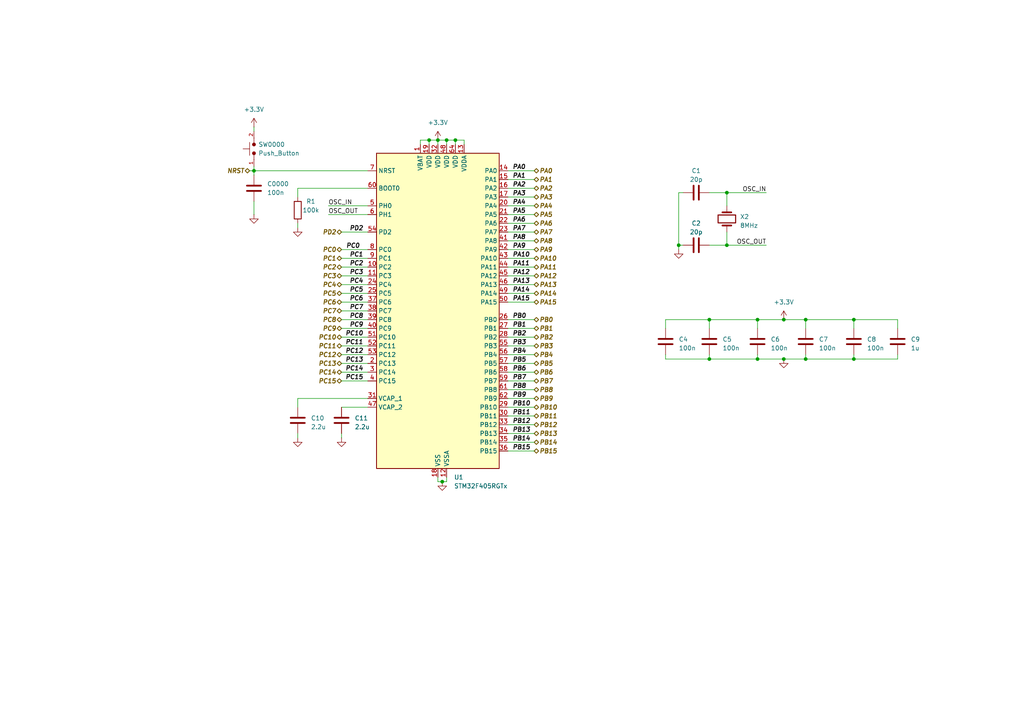
<source format=kicad_sch>
(kicad_sch (version 20250114) (generator "eeschema") (generator_version "9.0")
  (paper "A4")
  (title_block (date "2025-02-28") (company "Филимонов и К") (comment 1 "STM32F405RG") (comment 2 "Филимонов С.В.") (comment 3 "Семеренко Д.А.") (comment 4 "Тищенко Л.А."))
  (lib_symbols
    (symbol "Device:C" (pin_numbers (hide yes)) (pin_names (offset 0.254))
      (property "Reference" "C" (at 0.635 2.54 0))
      (property "Value" "C" (at 0.635 -2.54 0))
      (symbol "C_0_1"
        (polyline (pts (xy -2.032 0.762) (xy 2.032 0.762)) (stroke (width 0.508)))
        (polyline (pts (xy -2.032 -0.762) (xy 2.032 -0.762)) (stroke (width 0.508)))
      )
      (symbol "C_1_1"
        (pin passive line (at 0 3.81 270) (length 2.794) (name "~") (number "1"))
        (pin passive line (at 0 -3.81 90) (length 2.794) (name "~") (number "2"))
      )
    )
    (symbol "Device:Crystal" (pin_numbers (hide yes)) (pin_names (offset 1.016) (hide yes))
      (property "Reference" "Y" (at 0 3.81 0))
      (property "Value" "Crystal" (at 0 -3.81 0))
      (symbol "Crystal_0_1"
        (polyline (pts (xy -2.54 0) (xy -1.905 0)))
        (polyline (pts (xy -1.905 -1.27) (xy -1.905 1.27)) (stroke (width 0.508)))
        (rectangle (start -1.143 2.54) (end 1.143 -2.54) (stroke (width 0.3048)))
        (polyline (pts (xy 1.905 -1.27) (xy 1.905 1.27)) (stroke (width 0.508)))
        (polyline (pts (xy 2.54 0) (xy 1.905 0)))
      )
      (symbol "Crystal_1_1"
        (pin passive line (at -3.81 0 0) (length 1.27) (name "1") (number "1"))
        (pin passive line (at 3.81 0 180) (length 1.27) (name "2") (number "2"))
      )
    )
    (symbol "Device:R" (pin_numbers (hide yes)) (pin_names (offset 0))
      (property "Reference" "R" (at 2.032 0 90))
      (property "Value" "R" (at 0 0 90))
      (symbol "R_0_1"
        (rectangle (start -1.016 -2.54) (end 1.016 2.54) (stroke (width 0.254)))
      )
      (symbol "R_1_1"
        (pin passive line (at 0 3.81 270) (length 1.27) (name "~") (number "1"))
        (pin passive line (at 0 -3.81 90) (length 1.27) (name "~") (number "2"))
      )
    )
    (symbol "MCU_ST_STM32F4:STM32F405RGTx"
      (property "Reference" "U" (at -17.78 46.99 0))
      (property "Value" "STM32F405RGTx" (at 10.16 46.99 0))
      (symbol "STM32F405RGTx_0_1"
        (rectangle (start -17.78 -45.72) (end 17.78 45.72) (stroke (width 0.254)) (fill (type background)))
      )
      (symbol "STM32F405RGTx_1_1"
        (pin input line (at -20.32 40.64 0) (length 2.54) (name "NRST") (number "7"))
        (pin input line (at -20.32 35.56 0) (length 2.54) (name "BOOT0") (number "60"))
        (pin bidirectional line (at -20.32 30.48 0) (length 2.54) (name "PH0") (number "5"))
        (pin bidirectional line (at -20.32 27.94 0) (length 2.54) (name "PH1") (number "6"))
        (pin bidirectional line (at -20.32 22.86 0) (length 2.54) (name "PD2") (number "54"))
        (pin bidirectional line (at -20.32 17.78 0) (length 2.54) (name "PC0") (number "8"))
        (pin bidirectional line (at -20.32 15.24 0) (length 2.54) (name "PC1") (number "9"))
        (pin bidirectional line (at -20.32 12.7 0) (length 2.54) (name "PC2") (number "10"))
        (pin bidirectional line (at -20.32 10.16 0) (length 2.54) (name "PC3") (number "11"))
        (pin bidirectional line (at -20.32 7.62 0) (length 2.54) (name "PC4") (number "24"))
        (pin bidirectional line (at -20.32 5.08 0) (length 2.54) (name "PC5") (number "25"))
        (pin bidirectional line (at -20.32 2.54 0) (length 2.54) (name "PC6") (number "37"))
        (pin bidirectional line (at -20.32 0 0) (length 2.54) (name "PC7") (number "38"))
        (pin bidirectional line (at -20.32 -2.54 0) (length 2.54) (name "PC8") (number "39"))
        (pin bidirectional line (at -20.32 -5.08 0) (length 2.54) (name "PC9") (number "40"))
        (pin bidirectional line (at -20.32 -7.62 0) (length 2.54) (name "PC10") (number "51"))
        (pin bidirectional line (at -20.32 -10.16 0) (length 2.54) (name "PC11") (number "52"))
        (pin bidirectional line (at -20.32 -12.7 0) (length 2.54) (name "PC12") (number "53"))
        (pin bidirectional line (at -20.32 -15.24 0) (length 2.54) (name "PC13") (number "2"))
        (pin bidirectional line (at -20.32 -17.78 0) (length 2.54) (name "PC14") (number "3"))
        (pin bidirectional line (at -20.32 -20.32 0) (length 2.54) (name "PC15") (number "4"))
        (pin power_out line (at -20.32 -25.4 0) (length 2.54) (name "VCAP_1") (number "31"))
        (pin power_out line (at -20.32 -27.94 0) (length 2.54) (name "VCAP_2") (number "47"))
        (pin power_in line (at -5.08 48.26 270) (length 2.54) (name "VBAT") (number "1"))
        (pin power_in line (at -2.54 48.26 270) (length 2.54) (name "VDD") (number "19"))
        (pin power_in line (at 0 48.26 270) (length 2.54) (name "VDD") (number "32"))
        (pin power_in line (at 0 -48.26 90) (length 2.54) (name "VSS") (number "18"))
        (pin passive line (at 0 -48.26 90) (length 2.54) (hide yes) (name "VSS") (number "63"))
        (pin power_in line (at 2.54 48.26 270) (length 2.54) (name "VDD") (number "48"))
        (pin power_in line (at 2.54 -48.26 90) (length 2.54) (name "VSSA") (number "12"))
        (pin power_in line (at 5.08 48.26 270) (length 2.54) (name "VDD") (number "64"))
        (pin power_in line (at 7.62 48.26 270) (length 2.54) (name "VDDA") (number "13"))
        (pin bidirectional line (at 20.32 40.64 180) (length 2.54) (name "PA0") (number "14"))
        (pin bidirectional line (at 20.32 38.1 180) (length 2.54) (name "PA1") (number "15"))
        (pin bidirectional line (at 20.32 35.56 180) (length 2.54) (name "PA2") (number "16"))
        (pin bidirectional line (at 20.32 33.02 180) (length 2.54) (name "PA3") (number "17"))
        (pin bidirectional line (at 20.32 30.48 180) (length 2.54) (name "PA4") (number "20"))
        (pin bidirectional line (at 20.32 27.94 180) (length 2.54) (name "PA5") (number "21"))
        (pin bidirectional line (at 20.32 25.4 180) (length 2.54) (name "PA6") (number "22"))
        (pin bidirectional line (at 20.32 22.86 180) (length 2.54) (name "PA7") (number "23"))
        (pin bidirectional line (at 20.32 20.32 180) (length 2.54) (name "PA8") (number "41"))
        (pin bidirectional line (at 20.32 17.78 180) (length 2.54) (name "PA9") (number "42"))
        (pin bidirectional line (at 20.32 15.24 180) (length 2.54) (name "PA10") (number "43"))
        (pin bidirectional line (at 20.32 12.7 180) (length 2.54) (name "PA11") (number "44"))
        (pin bidirectional line (at 20.32 10.16 180) (length 2.54) (name "PA12") (number "45"))
        (pin bidirectional line (at 20.32 7.62 180) (length 2.54) (name "PA13") (number "46"))
        (pin bidirectional line (at 20.32 5.08 180) (length 2.54) (name "PA14") (number "49"))
        (pin bidirectional line (at 20.32 2.54 180) (length 2.54) (name "PA15") (number "50"))
        (pin bidirectional line (at 20.32 -2.54 180) (length 2.54) (name "PB0") (number "26"))
        (pin bidirectional line (at 20.32 -5.08 180) (length 2.54) (name "PB1") (number "27"))
        (pin bidirectional line (at 20.32 -7.62 180) (length 2.54) (name "PB2") (number "28"))
        (pin bidirectional line (at 20.32 -10.16 180) (length 2.54) (name "PB3") (number "55"))
        (pin bidirectional line (at 20.32 -12.7 180) (length 2.54) (name "PB4") (number "56"))
        (pin bidirectional line (at 20.32 -15.24 180) (length 2.54) (name "PB5") (number "57"))
        (pin bidirectional line (at 20.32 -17.78 180) (length 2.54) (name "PB6") (number "58"))
        (pin bidirectional line (at 20.32 -20.32 180) (length 2.54) (name "PB7") (number "59"))
        (pin bidirectional line (at 20.32 -22.86 180) (length 2.54) (name "PB8") (number "61"))
        (pin bidirectional line (at 20.32 -25.4 180) (length 2.54) (name "PB9") (number "62"))
        (pin bidirectional line (at 20.32 -27.94 180) (length 2.54) (name "PB10") (number "29"))
        (pin bidirectional line (at 20.32 -30.48 180) (length 2.54) (name "PB11") (number "30"))
        (pin bidirectional line (at 20.32 -33.02 180) (length 2.54) (name "PB12") (number "33"))
        (pin bidirectional line (at 20.32 -35.56 180) (length 2.54) (name "PB13") (number "34"))
        (pin bidirectional line (at 20.32 -38.1 180) (length 2.54) (name "PB14") (number "35"))
        (pin bidirectional line (at 20.32 -40.64 180) (length 2.54) (name "PB15") (number "36"))
      )
    )
    (symbol "PCM_SL_Devices:Push_Button"
      (property "Reference" "SW" (at 0 6.35 0))
      (property "Value" "Push_Button" (at 0 4.445 0))
      (symbol "Push_Button_0_1"
        (polyline (pts (xy -3.175 0) (xy -1.778 0)))
        (polyline (pts (xy -1.905 1.27) (xy 1.905 1.27)))
        (circle (center -1.27 0) (radius 0.4579) (fill (type outline)))
        (polyline (pts (xy 0 1.27) (xy 0 3.175)))
        (circle (center 1.27 0) (radius 0.4579) (fill (type outline)))
        (polyline (pts (xy 1.778 0) (xy 3.175 0)))
      )
      (symbol "Push_Button_1_1"
        (pin passive line (at -5.08 0 0) (length 2) (name "") (number "1"))
        (pin passive line (at 5.08 0 180) (length 2) (name "") (number "2"))
      )
    )
    (symbol "power:+3.3V" (power) (pin_numbers (hide yes)) (pin_names (offset 0) (hide yes))
      (property "Value" "+3.3V" (at 0 3.556 0))
      (symbol "+3.3V_0_1"
        (polyline (pts (xy -0.762 1.27) (xy 0 2.54)))
        (polyline (pts (xy 0 2.54) (xy 0.762 1.27)))
        (polyline (pts (xy 0 0) (xy 0 2.54)))
      )
      (symbol "+3.3V_1_1"
        (pin power_in line (at 0 0 90) (length 0) (name "~") (number "1"))
      )
    )
    (symbol "power:GND" (power) (pin_numbers (hide yes)) (pin_names (offset 0) (hide yes))
      (property "Value" "GND" (at 0 -3.81 0))
      (symbol "GND_0_1"
        (polyline (pts (xy 0 0) (xy 0 -1.27) (xy 1.27 -1.27) (xy 0 -2.54) (xy -1.27 -1.27) (xy 0 -1.27)))
      )
      (symbol "GND_1_1"
        (pin power_in line (at 0 0 270) (length 0) (name "~") (number "1"))
      )
    )
  )
  (junction (at 129.54 40.64))
  (junction (at 210.82 71.12))
  (junction (at 196.85 71.12))
  (junction (at 210.82 55.88))
  (junction (at 247.65 104.14))
  (junction (at 205.74 92.71))
  (junction (at 124.46 40.64))
  (junction (at 233.68 92.71))
  (junction (at 205.74 104.14))
  (junction (at 128.27 139.7))
  (junction (at 219.71 104.14))
  (junction (at 127 40.64))
  (junction (at 73.66 49.53))
  (junction (at 219.71 92.71))
  (junction (at 233.68 104.14))
  (junction (at 132.08 40.64))
  (junction (at 227.33 92.71))
  (junction (at 247.65 92.71))
  (junction (at 227.33 104.14))
  (wire (pts (xy 124.46 40.64) (xy 124.46 41.91)))
  (wire (pts (xy 99.06 67.31) (xy 106.68 67.31)))
  (wire (pts (xy 106.68 82.55) (xy 99.06 82.55)))
  (wire (pts (xy 210.82 55.88) (xy 222.25 55.88)))
  (wire (pts (xy 147.32 130.81) (xy 154.94 130.81)))
  (wire (pts (xy 205.74 55.88) (xy 210.82 55.88)))
  (wire (pts (xy 124.46 40.64) (xy 127 40.64)))
  (wire (pts (xy 106.68 118.11) (xy 99.06 118.11)))
  (wire (pts (xy 193.04 102.87) (xy 193.04 104.14)))
  (wire (pts (xy 233.68 92.71) (xy 233.68 95.25)))
  (wire (pts (xy 196.85 72.39) (xy 196.85 71.12)))
  (wire (pts (xy 205.74 92.71) (xy 205.74 95.25)))
  (wire (pts (xy 147.32 123.19) (xy 154.94 123.19)))
  (wire (pts (xy 147.32 110.49) (xy 154.94 110.49)))
  (wire (pts (xy 147.32 100.33) (xy 154.94 100.33)))
  (wire (pts (xy 147.32 102.87) (xy 154.94 102.87)))
  (wire (pts (xy 106.68 85.09) (xy 99.06 85.09)))
  (wire (pts (xy 193.04 92.71) (xy 193.04 95.25)))
  (wire (pts (xy 106.68 80.01) (xy 99.06 80.01)))
  (wire (pts (xy 147.32 62.23) (xy 154.94 62.23)))
  (wire (pts (xy 147.32 97.79) (xy 154.94 97.79)))
  (wire (pts (xy 106.68 105.41) (xy 99.06 105.41)))
  (wire (pts (xy 219.71 92.71) (xy 227.33 92.71)))
  (wire (pts (xy 147.32 107.95) (xy 154.94 107.95)))
  (wire (pts (xy 86.36 54.61) (xy 106.68 54.61)))
  (wire (pts (xy 127 40.64) (xy 129.54 40.64)))
  (wire (pts (xy 147.32 113.03) (xy 154.94 113.03)))
  (wire (pts (xy 227.33 104.14) (xy 233.68 104.14)))
  (wire (pts (xy 106.68 92.71) (xy 99.06 92.71)))
  (wire (pts (xy 134.62 41.91) (xy 134.62 40.64)))
  (wire (pts (xy 106.68 90.17) (xy 99.06 90.17)))
  (wire (pts (xy 205.74 102.87) (xy 205.74 104.14)))
  (wire (pts (xy 205.74 104.14) (xy 219.71 104.14)))
  (wire (pts (xy 106.68 72.39) (xy 99.06 72.39)))
  (wire (pts (xy 127 139.7) (xy 128.27 139.7)))
  (wire (pts (xy 73.66 36.83) (xy 73.66 38.1)))
  (wire (pts (xy 233.68 104.14) (xy 247.65 104.14)))
  (wire (pts (xy 147.32 85.09) (xy 154.94 85.09)))
  (wire (pts (xy 210.82 55.88) (xy 210.82 59.69)))
  (wire (pts (xy 219.71 104.14) (xy 227.33 104.14)))
  (wire (pts (xy 106.68 107.95) (xy 99.06 107.95)))
  (wire (pts (xy 95.25 59.69) (xy 106.68 59.69)))
  (wire (pts (xy 147.32 54.61) (xy 154.94 54.61)))
  (wire (pts (xy 147.32 74.93) (xy 154.94 74.93)))
  (wire (pts (xy 247.65 102.87) (xy 247.65 104.14)))
  (wire (pts (xy 147.32 52.07) (xy 154.94 52.07)))
  (wire (pts (xy 196.85 71.12) (xy 198.12 71.12)))
  (wire (pts (xy 260.35 104.14) (xy 260.35 102.87)))
  (wire (pts (xy 147.32 64.77) (xy 154.94 64.77)))
  (wire (pts (xy 129.54 138.43) (xy 129.54 139.7)))
  (wire (pts (xy 193.04 92.71) (xy 205.74 92.71)))
  (wire (pts (xy 205.74 92.71) (xy 219.71 92.71)))
  (wire (pts (xy 106.68 95.25) (xy 99.06 95.25)))
  (wire (pts (xy 134.62 40.64) (xy 132.08 40.64)))
  (wire (pts (xy 147.32 49.53) (xy 154.94 49.53)))
  (wire (pts (xy 99.06 127) (xy 99.06 125.73)))
  (wire (pts (xy 127 138.43) (xy 127 139.7)))
  (wire (pts (xy 147.32 128.27) (xy 154.94 128.27)))
  (wire (pts (xy 129.54 40.64) (xy 129.54 41.91)))
  (wire (pts (xy 196.85 71.12) (xy 196.85 55.88)))
  (wire (pts (xy 147.32 125.73) (xy 154.94 125.73)))
  (wire (pts (xy 219.71 92.71) (xy 219.71 95.25)))
  (wire (pts (xy 147.32 87.63) (xy 154.94 87.63)))
  (wire (pts (xy 227.33 92.71) (xy 233.68 92.71)))
  (wire (pts (xy 205.74 104.14) (xy 193.04 104.14)))
  (wire (pts (xy 128.27 139.7) (xy 129.54 139.7)))
  (wire (pts (xy 106.68 87.63) (xy 99.06 87.63)))
  (wire (pts (xy 106.68 102.87) (xy 99.06 102.87)))
  (wire (pts (xy 106.68 110.49) (xy 99.06 110.49)))
  (wire (pts (xy 73.66 48.26) (xy 73.66 49.53)))
  (wire (pts (xy 233.68 102.87) (xy 233.68 104.14)))
  (wire (pts (xy 147.32 80.01) (xy 154.94 80.01)))
  (wire (pts (xy 147.32 118.11) (xy 154.94 118.11)))
  (wire (pts (xy 73.66 49.53) (xy 73.66 50.8)))
  (wire (pts (xy 147.32 69.85) (xy 154.94 69.85)))
  (wire (pts (xy 132.08 40.64) (xy 132.08 41.91)))
  (wire (pts (xy 106.68 74.93) (xy 99.06 74.93)))
  (wire (pts (xy 121.92 40.64) (xy 121.92 41.91)))
  (wire (pts (xy 129.54 40.64) (xy 132.08 40.64)))
  (wire (pts (xy 147.32 57.15) (xy 154.94 57.15)))
  (wire (pts (xy 210.82 67.31) (xy 210.82 71.12)))
  (wire (pts (xy 247.65 104.14) (xy 260.35 104.14)))
  (wire (pts (xy 106.68 100.33) (xy 99.06 100.33)))
  (wire (pts (xy 147.32 120.65) (xy 154.94 120.65)))
  (wire (pts (xy 147.32 115.57) (xy 154.94 115.57)))
  (wire (pts (xy 210.82 71.12) (xy 222.25 71.12)))
  (wire (pts (xy 86.36 64.77) (xy 86.36 66.04)))
  (wire (pts (xy 86.36 125.73) (xy 86.36 127)))
  (wire (pts (xy 147.32 82.55) (xy 154.94 82.55)))
  (wire (pts (xy 147.32 59.69) (xy 154.94 59.69)))
  (wire (pts (xy 106.68 115.57) (xy 86.36 115.57)))
  (wire (pts (xy 95.25 62.23) (xy 106.68 62.23)))
  (wire (pts (xy 73.66 49.53) (xy 106.68 49.53)))
  (wire (pts (xy 219.71 102.87) (xy 219.71 104.14)))
  (wire (pts (xy 147.32 92.71) (xy 154.94 92.71)))
  (wire (pts (xy 86.36 54.61) (xy 86.36 57.15)))
  (wire (pts (xy 260.35 92.71) (xy 260.35 95.25)))
  (wire (pts (xy 247.65 95.25) (xy 247.65 92.71)))
  (wire (pts (xy 147.32 67.31) (xy 154.94 67.31)))
  (wire (pts (xy 196.85 55.88) (xy 198.12 55.88)))
  (wire (pts (xy 147.32 77.47) (xy 154.94 77.47)))
  (wire (pts (xy 205.74 71.12) (xy 210.82 71.12)))
  (wire (pts (xy 247.65 92.71) (xy 260.35 92.71)))
  (wire (pts (xy 73.66 58.42) (xy 73.66 62.23)))
  (wire (pts (xy 147.32 105.41) (xy 154.94 105.41)))
  (wire (pts (xy 147.32 95.25) (xy 154.94 95.25)))
  (wire (pts (xy 127 40.64) (xy 127 41.91)))
  (wire (pts (xy 147.32 72.39) (xy 154.94 72.39)))
  (wire (pts (xy 106.68 97.79) (xy 99.06 97.79)))
  (wire (pts (xy 86.36 115.57) (xy 86.36 118.11)))
  (wire (pts (xy 106.68 77.47) (xy 99.06 77.47)))
  (wire (pts (xy 72.39 49.53) (xy 73.66 49.53)))
  (wire (pts (xy 233.68 92.71) (xy 247.65 92.71)))
  (wire (pts (xy 121.92 40.64) (xy 124.46 40.64)))
  (label "PC1" (at 105.41 74.93 180) (effects (font (bold yes) (italic yes))))
  (label "PB2" (at 148.59 97.79 0) (effects (font (bold yes) (italic yes))))
  (label "PB15" (at 148.59 130.81 0) (effects (font (bold yes) (italic yes))))
  (label "PA15" (at 148.59 87.63 0) (effects (font (bold yes) (italic yes))))
  (label "PA11" (at 148.59 77.47 0) (effects (font (bold yes) (italic yes))))
  (label "PB11" (at 148.59 120.65 0) (effects (font (bold yes) (italic yes))))
  (label "PA5" (at 148.59 62.23 0) (effects (font (bold yes) (italic yes))))
  (label "PB7" (at 148.59 110.49 0) (effects (font (bold yes) (italic yes))))
  (label "PC9" (at 105.41 95.25 180) (effects (font (bold yes) (italic yes))))
  (label "OSC_IN" (at 222.25 55.88 180))
  (label "PA7" (at 148.59 67.31 0) (effects (font (bold yes) (italic yes))))
  (label "PA2" (at 148.59 54.61 0) (effects (font (bold yes) (italic yes))))
  (label "PA8" (at 148.59 69.85 0) (effects (font (bold yes) (italic yes))))
  (label "PB5" (at 148.59 105.41 0) (effects (font (bold yes) (italic yes))))
  (label "PC11" (at 105.41 100.33 180) (effects (font (bold yes) (italic yes))))
  (label "PC10" (at 105.41 97.79 180) (effects (font (bold yes) (italic yes))))
  (label "PB9" (at 148.59 115.57 0) (effects (font (bold yes) (italic yes))))
  (label "PA3" (at 148.59 57.15 0) (effects (font (bold yes) (italic yes))))
  (label "PB4" (at 148.59 102.87 0) (effects (font (bold yes) (italic yes))))
  (label "OSC_OUT" (at 222.25 71.12 180))
  (label "PC12" (at 105.41 102.87 180) (effects (font (bold yes) (italic yes))))
  (label "PA6" (at 148.59 64.77 0) (effects (font (bold yes) (italic yes))))
  (label "PB12" (at 148.59 123.19 0) (effects (font (bold yes) (italic yes))))
  (label "PA10" (at 148.59 74.93 0) (effects (font (bold yes) (italic yes))))
  (label "PC8" (at 105.41 92.71 180) (effects (font (bold yes) (italic yes))))
  (label "PB14" (at 148.59 128.27 0) (effects (font (bold yes) (italic yes))))
  (label "PB3" (at 148.59 100.33 0) (effects (font (bold yes) (italic yes))))
  (label "PC0" (at 100.33 72.39 0) (effects (font (bold yes) (italic yes))))
  (label "PB13" (at 148.59 125.73 0) (effects (font (bold yes) (italic yes))))
  (label "PB8" (at 148.59 113.03 0) (effects (font (bold yes) (italic yes))))
  (label "PC7" (at 105.41 90.17 180) (effects (font (bold yes) (italic yes))))
  (label "PC6" (at 105.41 87.63 180) (effects (font (bold yes) (italic yes))))
  (label "PA1" (at 148.59 52.07 0) (effects (font (bold yes) (italic yes))))
  (label "PC2" (at 105.41 77.47 180) (effects (font (bold yes) (italic yes))))
  (label "PC5" (at 105.41 85.09 180) (effects (font (bold yes) (italic yes))))
  (label "PA4" (at 148.59 59.69 0) (effects (font (bold yes) (italic yes))))
  (label "PB0" (at 148.59 92.71 0) (effects (font (bold yes) (italic yes))))
  (label "PA12" (at 148.59 80.01 0) (effects (font (bold yes) (italic yes))))
  (label "PA0" (at 148.59 49.53 0) (effects (font (bold yes) (italic yes))))
  (label "PA14" (at 148.59 85.09 0) (effects (font (bold yes) (italic yes))))
  (label "PA9" (at 148.59 72.39 0) (effects (font (bold yes) (italic yes))))
  (label "PC3" (at 105.41 80.01 180) (effects (font (bold yes) (italic yes))))
  (label "OSC_IN" (at 95.25 59.69 0))
  (label "PC15" (at 105.41 110.49 180) (effects (font (bold yes) (italic yes))))
  (label "PC4" (at 105.41 82.55 180) (effects (font (bold yes) (italic yes))))
  (label "PB10" (at 148.59 118.11 0) (effects (font (bold yes) (italic yes))))
  (label "PB6" (at 148.59 107.95 0) (effects (font (bold yes) (italic yes))))
  (label "PC13" (at 105.41 105.41 180) (effects (font (bold yes) (italic yes))))
  (label "PC14" (at 105.41 107.95 180) (effects (font (bold yes) (italic yes))))
  (label "PB1" (at 148.59 95.25 0) (effects (font (bold yes) (italic yes))))
  (label "OSC_OUT" (at 95.25 62.23 0))
  (label "PA13" (at 148.59 82.55 0) (effects (font (bold yes) (italic yes))))
  (label "PD2" (at 105.41 67.31 180) (effects (font (bold yes) (italic yes))))
  (hierarchical_label "PB3" (shape bidirectional) (at 154.94 100.33 0) (effects (font (thickness 0.254) (bold yes) (italic yes))))
  (hierarchical_label "PA9" (shape bidirectional) (at 154.94 72.39 0) (effects (font (bold yes) (italic yes))))
  (hierarchical_label "PC6" (shape bidirectional) (at 99.06 87.63 180) (effects (font (bold yes) (italic yes))))
  (hierarchical_label "PA7" (shape bidirectional) (at 154.94 67.31 0) (effects (font (bold yes) (italic yes))))
  (hierarchical_label "PC15" (shape bidirectional) (at 99.06 110.49 180) (effects (font (bold yes) (italic yes))))
  (hierarchical_label "PC0" (shape bidirectional) (at 99.06 72.39 180) (effects (font (bold yes) (italic yes))))
  (hierarchical_label "PB10" (shape bidirectional) (at 154.94 118.11 0) (effects (font (thickness 0.254) (bold yes) (italic yes))))
  (hierarchical_label "PB5" (shape bidirectional) (at 154.94 105.41 0) (effects (font (thickness 0.254) (bold yes) (italic yes))))
  (hierarchical_label "PA5" (shape bidirectional) (at 154.94 62.23 0) (effects (font (bold yes) (italic yes))))
  (hierarchical_label "PA13" (shape bidirectional) (at 154.94 82.55 0) (effects (font (bold yes) (italic yes))))
  (hierarchical_label "PA6" (shape bidirectional) (at 154.94 64.77 0) (effects (font (bold yes) (italic yes))))
  (hierarchical_label "PB4" (shape bidirectional) (at 154.94 102.87 0) (effects (font (thickness 0.254) (bold yes) (italic yes))))
  (hierarchical_label "PC2" (shape bidirectional) (at 99.06 77.47 180) (effects (font (bold yes) (italic yes))))
  (hierarchical_label "PA0" (shape bidirectional) (at 154.94 49.53 0) (effects (font (bold yes) (italic yes))))
  (hierarchical_label "PA11" (shape bidirectional) (at 154.94 77.47 0) (effects (font (bold yes) (italic yes))))
  (hierarchical_label "PC8" (shape bidirectional) (at 99.06 92.71 180) (effects (font (bold yes) (italic yes))))
  (hierarchical_label "PC5" (shape bidirectional) (at 99.06 85.09 180) (effects (font (bold yes) (italic yes))))
  (hierarchical_label "PB8" (shape bidirectional) (at 154.94 113.03 0) (effects (font (thickness 0.254) (bold yes) (italic yes))))
  (hierarchical_label "PA10" (shape bidirectional) (at 154.94 74.93 0) (effects (font (bold yes) (italic yes))))
  (hierarchical_label "PA14" (shape bidirectional) (at 154.94 85.09 0) (effects (font (bold yes) (italic yes))))
  (hierarchical_label "PA1" (shape bidirectional) (at 154.94 52.07 0) (effects (font (bold yes) (italic yes))))
  (hierarchical_label "PC4" (shape bidirectional) (at 99.06 82.55 180) (effects (font (bold yes) (italic yes))))
  (hierarchical_label "PC12" (shape bidirectional) (at 99.06 102.87 180) (effects (font (bold yes) (italic yes))))
  (hierarchical_label "PB14" (shape bidirectional) (at 154.94 128.27 0) (effects (font (thickness 0.254) (bold yes) (italic yes))))
  (hierarchical_label "PC14" (shape bidirectional) (at 99.06 107.95 180) (effects (font (bold yes) (italic yes))))
  (hierarchical_label "PA2" (shape bidirectional) (at 154.94 54.61 0) (effects (font (bold yes) (italic yes))))
  (hierarchical_label "PA8" (shape bidirectional) (at 154.94 69.85 0) (effects (font (bold yes) (italic yes))))
  (hierarchical_label "PC3" (shape bidirectional) (at 99.06 80.01 180) (effects (font (bold yes) (italic yes))))
  (hierarchical_label "PC10" (shape bidirectional) (at 99.06 97.79 180) (effects (font (bold yes) (italic yes))))
  (hierarchical_label "PD2" (shape bidirectional) (at 99.06 67.31 180) (effects (font (bold yes) (italic yes))))
  (hierarchical_label "PB13" (shape bidirectional) (at 154.94 125.73 0) (effects (font (thickness 0.254) (bold yes) (italic yes))))
  (hierarchical_label "PB6" (shape bidirectional) (at 154.94 107.95 0) (effects (font (thickness 0.254) (bold yes) (italic yes))))
  (hierarchical_label "PB1" (shape bidirectional) (at 154.94 95.25 0) (effects (font (thickness 0.254) (bold yes) (italic yes))))
  (hierarchical_label "PB11" (shape bidirectional) (at 154.94 120.65 0) (effects (font (thickness 0.254) (bold yes) (italic yes))))
  (hierarchical_label "PC13" (shape bidirectional) (at 99.06 105.41 180) (effects (font (bold yes) (italic yes))))
  (hierarchical_label "PA15" (shape bidirectional) (at 154.94 87.63 0) (effects (font (bold yes) (italic yes))))
  (hierarchical_label "PB12" (shape bidirectional) (at 154.94 123.19 0) (effects (font (thickness 0.254) (bold yes) (italic yes))))
  (hierarchical_label "PC11" (shape bidirectional) (at 99.06 100.33 180) (effects (font (bold yes) (italic yes))))
  (hierarchical_label "PA12" (shape bidirectional) (at 154.94 80.01 0) (effects (font (bold yes) (italic yes))))
  (hierarchical_label "PC1" (shape bidirectional) (at 99.06 74.93 180) (effects (font (bold yes) (italic yes))))
  (hierarchical_label "PB15" (shape bidirectional) (at 154.94 130.81 0) (effects (font (thickness 0.254) (bold yes) (italic yes))))
  (hierarchical_label "PA4" (shape bidirectional) (at 154.94 59.69 0) (effects (font (bold yes) (italic yes))))
  (hierarchical_label "PB2" (shape bidirectional) (at 154.94 97.79 0) (effects (font (thickness 0.254) (bold yes) (italic yes))))
  (hierarchical_label "PB9" (shape bidirectional) (at 154.94 115.57 0) (effects (font (thickness 0.254) (bold yes) (italic yes))))
  (hierarchical_label "PB7" (shape bidirectional) (at 154.94 110.49 0) (effects (font (thickness 0.254) (bold yes) (italic yes))))
  (hierarchical_label "PA3" (shape bidirectional) (at 154.94 57.15 0) (effects (font (bold yes) (italic yes))))
  (hierarchical_label "PC9" (shape bidirectional) (at 99.06 95.25 180) (effects (font (bold yes) (italic yes))))
  (hierarchical_label "PB0" (shape bidirectional) (at 154.94 92.71 0) (effects (font (thickness 0.254) (bold yes) (italic yes))))
  (hierarchical_label "PC7" (shape bidirectional) (at 99.06 90.17 180) (effects (font (bold yes) (italic yes))))
  (hierarchical_label "NRST" (shape bidirectional) (at 72.39 49.53 180) (effects (font (thickness 0.254) (bold yes) (italic yes))))
  (symbol (lib_id "Device:R") (at 86.36 60.96 180) (unit 1)
    (property "Reference" "R0000" (at 90.17 58.42 0))
    (property "Value" "100k" (at 90.17 60.96 0))
    (property "Footprint" "Resistor_SMD:R_0805_2012Metric" (effects (hide yes)))
    (instances (project "stm32f4_ILI_RS_SD" (path "" (reference "R1") (unit 1))) (project "MasterBoard" (path "" (reference "R0000") (unit 1))))
  )
  (symbol (lib_id "power:GND") (at 86.36 66.04 0) (unit 1)
    (property "Reference" "#PWR033" (effects (hide yes)))
    (property "Value" "GND" (effects (hide yes)))
    (property "Description" "Power symbol creates a global label with name \"GND\" , ground" (effects (hide yes)))
  )
  (symbol (lib_id "Device:C") (at 99.06 121.92 0) (unit 1)
    (property "Reference" "C0002" (at 102.87 121.285 0) (effects (justify left)))
    (property "Value" "2.2u" (at 102.87 123.825 0) (effects (justify left)))
    (property "Footprint" "Capacitor_SMD:C_0805_2012Metric" (effects (hide yes)))
    (instances (project "stm32f4_ILI_RS_SD" (path "" (reference "C11") (unit 1))) (project "MasterBoard" (path "" (reference "C0002") (unit 1))))
  )
  (symbol (lib_id "PCM_SL_Devices:Push_Button") (at 73.66 43.18 90) (unit 1)
    (property "Reference" "SW0000" (at 74.93 41.9099 90) (effects (justify right)))
    (property "Value" "Push_Button" (at 74.93 44.4499 90) (effects (justify right)))
    (property "Footprint" "Button_Switch_SMD:SW_SPST_PTS647_Sx38" (effects (hide yes)))
    (property "Description" "Common 6mmx6mm Push Button" (effects (hide yes)))
  )
  (symbol (lib_id "power:GND") (at 86.36 127 0) (unit 1)
    (property "Reference" "#PWR036" (effects (hide yes)))
    (property "Value" "GND" (effects (hide yes)))
    (property "Description" "Power symbol creates a global label with name \"GND\" , ground" (effects (hide yes)))
  )
  (symbol (lib_id "power:GND") (at 73.66 62.23 0) (unit 1)
    (property "Reference" "#PWR034" (effects (hide yes)))
    (property "Value" "GND" (effects (hide yes)))
    (property "Description" "Power symbol creates a global label with name \"GND\" , ground" (effects (hide yes)))
  )
  (symbol (lib_id "power:GND") (at 227.33 104.14 0) (unit 1)
    (property "Reference" "#PWR030" (effects (hide yes)))
    (property "Value" "GND" (effects (hide yes)))
    (property "Description" "Power symbol creates a global label with name \"GND\" , ground" (effects (hide yes)))
  )
  (symbol (lib_id "MCU_ST_STM32F4:STM32F405RGTx") (at 127 90.17 0) (unit 1)
    (property "Reference" "U1" (at 131.6833 138.43 0) (effects (justify left)))
    (property "Value" "STM32F405RGTx" (at 131.6833 140.97 0) (effects (justify left)))
    (property "Footprint" "Package_QFP:LQFP-64_10x10mm_P0.5mm" (effects (hide yes)))
    (property "Datasheet" "https://www.st.com/resource/en/datasheet/stm32f405rg.pdf" (effects (hide yes)))
    (property "Description" "STMicroelectronics Arm Cortex-M4 MCU, 1024KB flash, 192KB RAM, 168 MHz, 1.8-3.6V, 51 GPIO, LQFP64" (effects (hide yes)))
  )
  (symbol (lib_id "power:GND") (at 128.27 139.7 0) (unit 1)
    (property "Reference" "#PWR037" (effects (hide yes)))
    (property "Value" "GND" (effects (hide yes)))
    (property "Description" "Power symbol creates a global label with name \"GND\" , ground" (effects (hide yes)))
  )
  (symbol (lib_id "Device:C") (at 247.65 99.06 0) (unit 1)
    (property "Reference" "C0007" (at 251.46 98.425 0) (effects (justify left)))
    (property "Value" "100n" (at 251.46 100.965 0) (effects (justify left)))
    (property "Footprint" "Capacitor_SMD:C_0805_2012Metric" (effects (hide yes)))
    (instances (project "stm32f4_ILI_RS_SD" (path "" (reference "C8") (unit 1))) (project "MasterBoard" (path "" (reference "C0007") (unit 1))))
  )
  (symbol (lib_id "power:+3.3V") (at 73.66 36.83 0) (unit 1)
    (property "Reference" "#PWR0231" (effects (hide yes)))
    (property "Value" "+3.3V" (at 73.66 31.75 0))
    (property "Description" "Power symbol creates a global label with name \"+3.3V\"" (effects (hide yes)))
  )
  (symbol (lib_id "Device:Crystal") (at 210.82 63.5 90) (unit 1)
    (property "Reference" "X0000" (at 214.63 62.865 90) (effects (justify right)))
    (property "Value" "8MHz" (at 214.63 65.405 90) (effects (justify right)))
    (property "Footprint" "Crystal:Crystal_HC49-4H_Vertical" (effects (hide yes)))
    (instances (project "stm32f4_ILI_RS_SD" (path "" (reference "X2") (unit 1))) (project "MasterBoard" (path "" (reference "X0000") (unit 1))))
  )
  (symbol (lib_id "Device:C") (at 86.36 121.92 0) (unit 1)
    (property "Reference" "C0001" (at 90.17 121.285 0) (effects (justify left)))
    (property "Value" "2.2u" (at 90.17 123.825 0) (effects (justify left)))
    (property "Footprint" "Capacitor_SMD:C_0805_2012Metric" (effects (hide yes)))
    (instances (project "stm32f4_ILI_RS_SD" (path "" (reference "C10") (unit 1))) (project "MasterBoard" (path "" (reference "C0001") (unit 1))))
  )
  (symbol (lib_id "power:+3.3V") (at 227.33 92.71 0) (unit 1)
    (property "Reference" "#PWR029" (effects (hide yes)))
    (property "Value" "+3.3V" (at 227.33 87.63 0))
    (property "Description" "Power symbol creates a global label with name \"+3.3V\"" (effects (hide yes)))
  )
  (symbol (lib_id "power:GND") (at 196.85 72.39 0) (unit 1)
    (property "Reference" "#PWR031" (effects (hide yes)))
    (property "Value" "GND" (effects (hide yes)))
    (property "Description" "Power symbol creates a global label with name \"GND\" , ground" (effects (hide yes)))
  )
  (symbol (lib_id "power:+3.3V") (at 127 40.64 0) (unit 1)
    (property "Reference" "#PWR032" (effects (hide yes)))
    (property "Value" "+3.3V" (at 127 35.56 0))
    (property "Description" "Power symbol creates a global label with name \"+3.3V\"" (effects (hide yes)))
  )
  (symbol (lib_id "Device:C") (at 233.68 99.06 0) (unit 1)
    (property "Reference" "C0006" (at 237.49 98.425 0) (effects (justify left)))
    (property "Value" "100n" (at 237.49 100.965 0) (effects (justify left)))
    (property "Footprint" "Capacitor_SMD:C_0805_2012Metric" (effects (hide yes)))
    (instances (project "stm32f4_ILI_RS_SD" (path "" (reference "C7") (unit 1))) (project "MasterBoard" (path "" (reference "C0006") (unit 1))))
  )
  (symbol (lib_id "power:GND") (at 99.06 127 0) (unit 1)
    (property "Reference" "#PWR035" (effects (hide yes)))
    (property "Value" "GND" (effects (hide yes)))
    (property "Description" "Power symbol creates a global label with name \"GND\" , ground" (effects (hide yes)))
  )
  (symbol (lib_id "Device:C") (at 205.74 99.06 0) (unit 1)
    (property "Reference" "C0004" (at 209.55 98.425 0) (effects (justify left)))
    (property "Value" "100n" (at 209.55 100.965 0) (effects (justify left)))
    (property "Footprint" "Capacitor_SMD:C_0805_2012Metric" (effects (hide yes)))
    (instances (project "stm32f4_ILI_RS_SD" (path "" (reference "C5") (unit 1))) (project "MasterBoard" (path "" (reference "C0004") (unit 1))))
  )
  (symbol (lib_id "Device:C") (at 193.04 99.06 0) (unit 1)
    (property "Reference" "C0003" (at 196.85 98.425 0) (effects (justify left)))
    (property "Value" "100n" (at 196.85 100.965 0) (effects (justify left)))
    (property "Footprint" "Capacitor_SMD:C_0805_2012Metric" (effects (hide yes)))
    (instances (project "stm32f4_ILI_RS_SD" (path "" (reference "C4") (unit 1))) (project "MasterBoard" (path "" (reference "C0003") (unit 1))))
  )
  (symbol (lib_id "Device:C") (at 201.93 71.12 90) (unit 1)
    (property "Reference" "C0010" (at 201.93 64.77 90))
    (property "Value" "20p" (at 201.93 67.31 90))
    (property "Footprint" "Capacitor_SMD:C_0805_2012Metric" (effects (hide yes)))
    (instances (project "stm32f4_ILI_RS_SD" (path "" (reference "C2") (unit 1))) (project "MasterBoard" (path "" (reference "C0010") (unit 1))))
  )
  (symbol (lib_id "Device:C") (at 219.71 99.06 0) (unit 1)
    (property "Reference" "C0005" (at 223.52 98.425 0) (effects (justify left)))
    (property "Value" "100n" (at 223.52 100.965 0) (effects (justify left)))
    (property "Footprint" "Capacitor_SMD:C_0805_2012Metric" (effects (hide yes)))
    (instances (project "stm32f4_ILI_RS_SD" (path "" (reference "C6") (unit 1))) (project "MasterBoard" (path "" (reference "C0005") (unit 1))))
  )
  (symbol (lib_id "Device:C") (at 201.93 55.88 90) (unit 1)
    (property "Reference" "C0009" (at 201.93 49.53 90))
    (property "Value" "20p" (at 201.93 52.07 90))
    (property "Footprint" "Capacitor_SMD:C_0805_2012Metric" (effects (hide yes)))
    (instances (project "stm32f4_ILI_RS_SD" (path "" (reference "C1") (unit 1))) (project "MasterBoard" (path "" (reference "C0009") (unit 1))))
  )
  (symbol (lib_id "Device:C") (at 73.66 54.61 0) (unit 1)
    (property "Reference" "C0000" (at 77.47 53.3399 0) (effects (justify left)))
    (property "Value" "100n" (at 77.47 55.8799 0) (effects (justify left)))
    (property "Footprint" "Capacitor_SMD:C_0805_2012Metric" (effects (hide yes)))
    (property "Description" "Unpolarized capacitor" (effects (hide yes)))
  )
  (symbol (lib_id "Device:C") (at 260.35 99.06 0) (unit 1)
    (property "Reference" "C0008" (at 264.16 98.425 0) (effects (justify left)))
    (property "Value" "1u" (at 264.16 100.965 0) (effects (justify left)))
    (property "Footprint" "Capacitor_SMD:C_0805_2012Metric" (effects (hide yes)))
    (instances (project "stm32f4_ILI_RS_SD" (path "" (reference "C9") (unit 1))) (project "MasterBoard" (path "" (reference "C0008") (unit 1))))
  )
)
</source>
